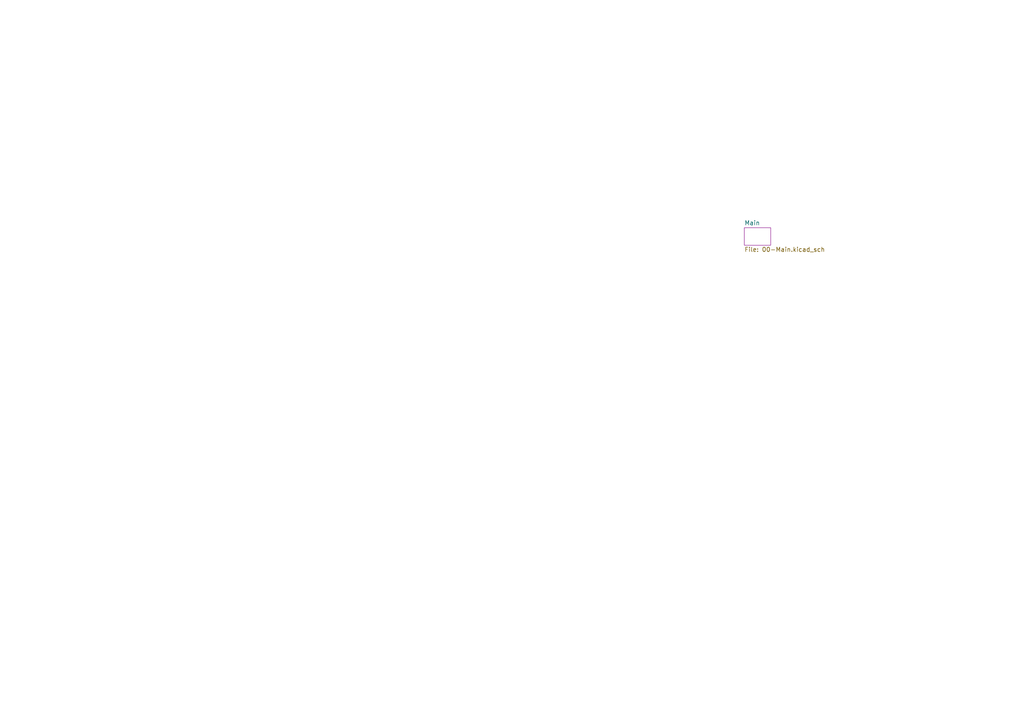
<source format=kicad_sch>
(kicad_sch (version 20210126) (generator eeschema)
  (paper "A4")
  (lib_symbols)
  (sheet (at 215.9 66.04) (size 7.62 5.08) (stroke (width 0.0006) (color 132 0 132 1)) (fill (color 255 255 255 0.0000))
    (property "Nome foglio" "Main" (at 215.9 65.4043 0) (effects (justify left bottom)))
    (property "File foglio" "00-Main.kicad_sch" (at 215.9 71.6287 0) (effects (justify left top)))
  )
)
</source>
